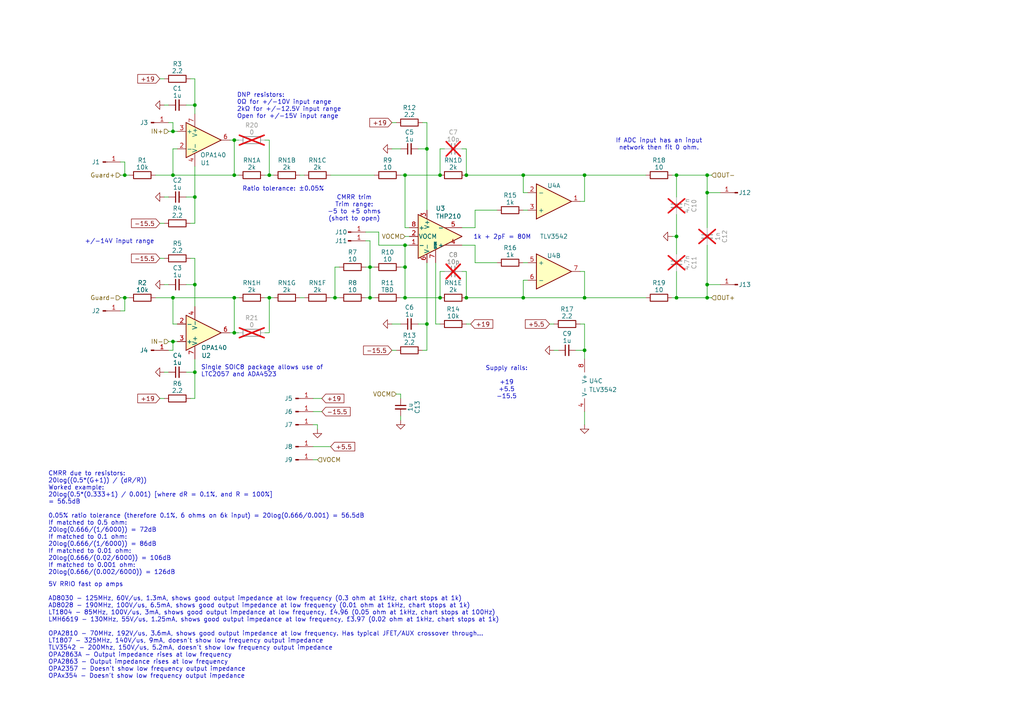
<source format=kicad_sch>
(kicad_sch (version 20250114) (generator "eeschema") (generator_version "9.0")
  (paper "A4")
  (text "If ADC input has an input\nnetwork then fit 0 ohm." (at 191.135 41.91 0) (effects (font (size 1.27 1.27))))
  (text "Single SOIC8 package allows use of\nLTC2057 and ADA4523" (at 58.293 107.696 0) (effects (font (size 1.27 1.27)) (justify left)))
  (text "Supply rails:\n\n+19\n+5.5\n-15.5" (at 146.939 110.998 0) (effects (font (size 1.27 1.27))))
  (text "Ratio tolerance: ±0.05%" (at 82.169 54.864 0) (effects (font (size 1.27 1.27))))
  (text "+/-14V input range" (at 34.671 70.104 0) (effects (font (size 1.27 1.27))))
  (text "CMRR due to resistors:\n20log((0.5*(G+1)) / (dR/R))\nWorked example:\n20log(0.5*(0.333+1) / 0.001) [where dR = 0.1%, and R = 100%]\n= 56.5dB\n\n0.05% ratio tolerance (therefore 0.1%, 6 ohms on 6k input) = 20log(0.666/0.001) = 56.5dB\nIf matched to 0.5 ohm:\n20log(0.666/(1/6000)) = 72dB\nIf matched to 0.1 ohm:\n20log(0.666/(1/6000)) = 86dB\nIf matched to 0.01 ohm:\n20log(0.666/(0.02/6000)) = 106dB\nIf matched to 0.001 ohm:\n20log(0.666/(0.002/6000)) = 126dB\n" (at 13.97 151.765 0) (effects (font (size 1.27 1.27)) (justify left)))
  (text "5V RRIO fast op amps\n\nAD8030 - 125MHz, 60V/us, 1.3mA, shows good output impedance at low frequency (0.3 ohm at 1kHz, chart stops at 1k)\nAD8028 - 190MHz, 100V/us, 6.5mA, shows good output impedance at low frequency (0.01 ohm at 1kHz, chart stops at 1k)\nLT1804 - 85MHz, 100V/us, 3mA, shows good output impedance at low frequency, £4.96 (0.05 ohm at 1kHz, chart stops at 100Hz)\nLMH6619 - 130MHz, 55V/us, 1.25mA, shows good output impedance at low frequency, £3.97 (0.02 ohm at 1kHz, chart stops at 1k)\n\nOPA2810 - 70MHz, 192V/us, 3.6mA, shows good output impedance at low frequency. Has typical JFET/AUX crossover through...\nLT1807 - 325MHz, 140V/us, 9mA, doesn't show low frequency output impedance\nTLV3542 - 200Mhz, 150V/us, 5.2mA, doesn't show low frequency output impedance\nOPA2863A - Output impedance rises at low frequency\nOPA2863 - Output impedance rises at low frequency\nOPA2357 - Doesn't show low frequency output impedance\nOPAx354 - Doesn't show low frequency output impedance" (at 13.97 182.88 0) (effects (font (size 1.27 1.27)) (justify left)))
  (text "DNP resistors:\n0Ω for +/-10V input range\n2kΩ for +/-12.5V input range\nOpen for +/-15V input range" (at 68.707 30.734 0) (effects (font (size 1.27 1.27)) (justify left)))
  (text "1k + 2pF = 80M" (at 145.669 68.834 0) (effects (font (size 1.27 1.27))))
  (text "CMRR trim\nTrim range:\n-5 to +5 ohms\n(short to open)" (at 102.743 60.452 0) (effects (font (size 1.27 1.27))))
  (junction (at 205.105 50.8))
  (junction (at 205.105 82.55))
  (junction (at 107.315 86.36))
  (junction (at 50.165 50.8))
  (junction (at 123.825 43.18))
  (junction (at 123.825 93.98))
  (junction (at 127.635 50.8))
  (junction (at 205.105 55.88))
  (junction (at 67.945 96.52))
  (junction (at 56.515 57.15))
  (junction (at 56.515 82.55))
  (junction (at 196.215 50.8))
  (junction (at 151.765 50.8))
  (junction (at 196.215 68.58))
  (junction (at 67.945 50.8))
  (junction (at 67.945 86.36))
  (junction (at 97.155 86.36))
  (junction (at 67.945 40.64))
  (junction (at 50.165 99.06))
  (junction (at 169.545 101.6))
  (junction (at 56.515 30.48))
  (junction (at 117.475 86.36))
  (junction (at 56.515 107.95))
  (junction (at 78.105 50.8))
  (junction (at 50.165 86.36))
  (junction (at 50.165 38.1))
  (junction (at 127.635 86.36))
  (junction (at 169.545 50.8))
  (junction (at 151.765 86.36))
  (junction (at 36.195 50.8))
  (junction (at 135.255 86.36))
  (junction (at 196.215 86.36))
  (junction (at 205.105 86.36))
  (junction (at 36.195 86.36))
  (junction (at 117.475 50.8))
  (junction (at 135.255 50.8))
  (junction (at 169.545 86.36))
  (junction (at 117.475 71.12))
  (junction (at 78.105 86.36))
  (junction (at 107.315 77.47))
  (junction (at 117.475 77.47))
  (wire (pts (xy 205.105 82.55) (xy 208.915 82.55)))
  (wire (pts (xy 107.315 77.47) (xy 107.315 86.36)))
  (wire (pts (xy 151.765 86.36) (xy 169.545 86.36)))
  (wire (pts (xy 113.665 43.18) (xy 116.205 43.18)))
  (wire (pts (xy 137.795 76.2) (xy 137.795 71.12)))
  (wire (pts (xy 167.005 101.6) (xy 169.545 101.6)))
  (wire (pts (xy 194.945 86.36) (xy 196.215 86.36)))
  (wire (pts (xy 116.205 120.65) (xy 116.205 121.92)))
  (wire (pts (xy 205.105 71.12) (xy 205.105 82.55)))
  (wire (pts (xy 137.795 60.96) (xy 144.145 60.96)))
  (wire (pts (xy 151.765 76.2) (xy 153.035 76.2)))
  (wire (pts (xy 127.635 43.18) (xy 127.635 50.8)))
  (wire (pts (xy 205.105 50.8) (xy 205.105 55.88)))
  (wire (pts (xy 135.255 93.98) (xy 136.525 93.98)))
  (wire (pts (xy 117.475 50.8) (xy 127.635 50.8)))
  (wire (pts (xy 56.515 107.95) (xy 56.515 115.57)))
  (wire (pts (xy 92.075 123.19) (xy 92.075 124.46)))
  (wire (pts (xy 56.515 104.14) (xy 56.515 107.95)))
  (wire (pts (xy 126.365 76.2) (xy 126.365 93.98)))
  (wire (pts (xy 153.035 81.28) (xy 151.765 81.28)))
  (wire (pts (xy 46.355 64.77) (xy 47.625 64.77)))
  (wire (pts (xy 159.385 93.98) (xy 160.655 93.98)))
  (wire (pts (xy 78.105 86.36) (xy 79.375 86.36)))
  (wire (pts (xy 121.285 43.18) (xy 123.825 43.18)))
  (wire (pts (xy 169.545 101.6) (xy 169.545 93.98)))
  (wire (pts (xy 50.165 38.1) (xy 51.435 38.1)))
  (wire (pts (xy 53.975 107.95) (xy 56.515 107.95)))
  (wire (pts (xy 117.475 50.8) (xy 117.475 66.04)))
  (wire (pts (xy 56.515 30.48) (xy 56.515 33.02)))
  (wire (pts (xy 48.895 99.06) (xy 50.165 99.06)))
  (wire (pts (xy 78.105 86.36) (xy 78.105 96.52)))
  (wire (pts (xy 116.205 50.8) (xy 117.475 50.8)))
  (wire (pts (xy 196.215 62.23) (xy 196.215 68.58)))
  (wire (pts (xy 69.215 86.36) (xy 67.945 86.36)))
  (wire (pts (xy 135.255 50.8) (xy 151.765 50.8)))
  (wire (pts (xy 55.245 64.77) (xy 56.515 64.77)))
  (wire (pts (xy 169.545 78.74) (xy 169.545 86.36)))
  (wire (pts (xy 137.795 60.96) (xy 137.795 66.04)))
  (wire (pts (xy 86.995 86.36) (xy 88.265 86.36)))
  (wire (pts (xy 97.155 86.36) (xy 98.425 86.36)))
  (wire (pts (xy 205.105 86.36) (xy 206.375 86.36)))
  (wire (pts (xy 46.355 22.86) (xy 47.625 22.86)))
  (wire (pts (xy 123.825 93.98) (xy 123.825 101.6)))
  (wire (pts (xy 116.205 77.47) (xy 117.475 77.47)))
  (wire (pts (xy 76.835 96.52) (xy 78.105 96.52)))
  (wire (pts (xy 205.105 50.8) (xy 206.375 50.8)))
  (wire (pts (xy 56.515 48.26) (xy 56.515 57.15)))
  (wire (pts (xy 66.675 40.64) (xy 67.945 40.64)))
  (wire (pts (xy 123.825 76.2) (xy 123.825 93.98)))
  (wire (pts (xy 169.545 119.38) (xy 169.545 123.19)))
  (wire (pts (xy 169.545 50.8) (xy 169.545 58.42)))
  (wire (pts (xy 121.285 93.98) (xy 123.825 93.98)))
  (wire (pts (xy 116.205 86.36) (xy 117.475 86.36)))
  (wire (pts (xy 151.765 50.8) (xy 151.765 55.88)))
  (wire (pts (xy 116.205 114.3) (xy 116.205 115.57)))
  (wire (pts (xy 113.665 101.6) (xy 114.935 101.6)))
  (wire (pts (xy 117.475 68.58) (xy 118.745 68.58)))
  (wire (pts (xy 48.895 35.56) (xy 50.165 35.56)))
  (wire (pts (xy 50.165 86.36) (xy 67.945 86.36)))
  (wire (pts (xy 106.045 77.47) (xy 107.315 77.47)))
  (wire (pts (xy 56.515 57.15) (xy 56.515 64.77)))
  (wire (pts (xy 56.515 82.55) (xy 56.515 74.93)))
  (wire (pts (xy 114.935 114.3) (xy 116.205 114.3)))
  (wire (pts (xy 90.805 129.54) (xy 95.885 129.54)))
  (wire (pts (xy 135.255 86.36) (xy 151.765 86.36)))
  (wire (pts (xy 53.975 30.48) (xy 56.515 30.48)))
  (wire (pts (xy 109.855 71.12) (xy 117.475 71.12)))
  (wire (pts (xy 53.975 57.15) (xy 56.515 57.15)))
  (wire (pts (xy 137.795 71.12) (xy 133.985 71.12)))
  (wire (pts (xy 196.215 50.8) (xy 196.215 57.15)))
  (wire (pts (xy 48.895 101.6) (xy 50.165 101.6)))
  (wire (pts (xy 123.825 35.56) (xy 123.825 43.18)))
  (wire (pts (xy 69.215 50.8) (xy 67.945 50.8)))
  (wire (pts (xy 95.885 86.36) (xy 97.155 86.36)))
  (wire (pts (xy 133.985 78.74) (xy 135.255 78.74)))
  (wire (pts (xy 151.765 60.96) (xy 153.035 60.96)))
  (wire (pts (xy 67.945 86.36) (xy 67.945 96.52)))
  (wire (pts (xy 67.945 40.64) (xy 67.945 50.8)))
  (wire (pts (xy 50.165 43.18) (xy 50.165 50.8)))
  (wire (pts (xy 36.195 50.8) (xy 37.465 50.8)))
  (wire (pts (xy 123.825 43.18) (xy 123.825 60.96)))
  (wire (pts (xy 106.045 86.36) (xy 107.315 86.36)))
  (wire (pts (xy 135.255 78.74) (xy 135.255 86.36)))
  (wire (pts (xy 153.035 55.88) (xy 151.765 55.88)))
  (wire (pts (xy 160.655 101.6) (xy 161.925 101.6)))
  (wire (pts (xy 205.105 82.55) (xy 205.105 86.36)))
  (wire (pts (xy 118.745 66.04) (xy 117.475 66.04)))
  (wire (pts (xy 76.835 40.64) (xy 78.105 40.64)))
  (wire (pts (xy 47.625 82.55) (xy 48.895 82.55)))
  (wire (pts (xy 56.515 82.55) (xy 56.515 88.9)))
  (wire (pts (xy 168.275 58.42) (xy 169.545 58.42)))
  (wire (pts (xy 98.425 77.47) (xy 97.155 77.47)))
  (wire (pts (xy 90.805 133.35) (xy 92.075 133.35)))
  (wire (pts (xy 109.855 67.31) (xy 109.855 71.12)))
  (wire (pts (xy 113.665 93.98) (xy 116.205 93.98)))
  (wire (pts (xy 196.215 68.58) (xy 196.215 73.66)))
  (wire (pts (xy 50.165 35.56) (xy 50.165 38.1)))
  (wire (pts (xy 45.085 50.8) (xy 50.165 50.8)))
  (wire (pts (xy 45.085 86.36) (xy 50.165 86.36)))
  (wire (pts (xy 50.165 50.8) (xy 67.945 50.8)))
  (wire (pts (xy 106.045 67.31) (xy 109.855 67.31)))
  (wire (pts (xy 194.945 68.58) (xy 196.215 68.58)))
  (wire (pts (xy 118.745 71.12) (xy 117.475 71.12)))
  (wire (pts (xy 113.665 35.56) (xy 114.935 35.56)))
  (wire (pts (xy 205.105 55.88) (xy 205.105 66.04)))
  (wire (pts (xy 127.635 78.74) (xy 127.635 86.36)))
  (wire (pts (xy 135.255 43.18) (xy 135.255 50.8)))
  (wire (pts (xy 122.555 101.6) (xy 123.825 101.6)))
  (wire (pts (xy 108.585 77.47) (xy 107.315 77.47)))
  (wire (pts (xy 137.795 66.04) (xy 133.985 66.04)))
  (wire (pts (xy 196.215 78.74) (xy 196.215 86.36)))
  (wire (pts (xy 205.105 55.88) (xy 208.915 55.88)))
  (wire (pts (xy 107.315 69.85) (xy 107.315 77.47)))
  (wire (pts (xy 196.215 86.36) (xy 205.105 86.36)))
  (wire (pts (xy 106.045 69.85) (xy 107.315 69.85)))
  (wire (pts (xy 34.925 86.36) (xy 36.195 86.36)))
  (wire (pts (xy 194.945 50.8) (xy 196.215 50.8)))
  (wire (pts (xy 48.895 38.1) (xy 50.165 38.1)))
  (wire (pts (xy 90.805 115.57) (xy 93.345 115.57)))
  (wire (pts (xy 128.905 43.18) (xy 127.635 43.18)))
  (wire (pts (xy 50.165 86.36) (xy 50.165 93.98)))
  (wire (pts (xy 86.995 50.8) (xy 88.265 50.8)))
  (wire (pts (xy 90.805 119.38) (xy 93.345 119.38)))
  (wire (pts (xy 137.795 76.2) (xy 144.145 76.2)))
  (wire (pts (xy 122.555 35.56) (xy 123.825 35.56)))
  (wire (pts (xy 36.195 86.36) (xy 37.465 86.36)))
  (wire (pts (xy 196.215 50.8) (xy 205.105 50.8)))
  (wire (pts (xy 47.625 30.48) (xy 48.895 30.48)))
  (wire (pts (xy 46.355 74.93) (xy 47.625 74.93)))
  (wire (pts (xy 56.515 30.48) (xy 56.515 22.86)))
  (wire (pts (xy 34.925 90.17) (xy 36.195 90.17)))
  (wire (pts (xy 34.925 50.8) (xy 36.195 50.8)))
  (wire (pts (xy 168.275 78.74) (xy 169.545 78.74)))
  (wire (pts (xy 51.435 93.98) (xy 50.165 93.98)))
  (wire (pts (xy 50.165 99.06) (xy 51.435 99.06)))
  (wire (pts (xy 47.625 57.15) (xy 48.895 57.15)))
  (wire (pts (xy 66.675 96.52) (xy 67.945 96.52)))
  (wire (pts (xy 169.545 101.6) (xy 169.545 104.14)))
  (wire (pts (xy 97.155 77.47) (xy 97.155 86.36)))
  (wire (pts (xy 50.165 101.6) (xy 50.165 99.06)))
  (wire (pts (xy 53.975 82.55) (xy 56.515 82.55)))
  (wire (pts (xy 46.355 115.57) (xy 47.625 115.57)))
  (wire (pts (xy 67.945 96.52) (xy 69.215 96.52)))
  (wire (pts (xy 76.835 50.8) (xy 78.105 50.8)))
  (wire (pts (xy 36.195 46.99) (xy 36.195 50.8)))
  (wire (pts (xy 117.475 86.36) (xy 127.635 86.36)))
  (wire (pts (xy 90.805 123.19) (xy 92.075 123.19)))
  (wire (pts (xy 51.435 43.18) (xy 50.165 43.18)))
  (wire (pts (xy 128.905 78.74) (xy 127.635 78.74)))
  (wire (pts (xy 117.475 71.12) (xy 117.475 77.47)))
  (wire (pts (xy 55.245 22.86) (xy 56.515 22.86)))
  (wire (pts (xy 133.985 43.18) (xy 135.255 43.18)))
  (wire (pts (xy 47.625 107.95) (xy 48.895 107.95)))
  (wire (pts (xy 95.885 50.8) (xy 108.585 50.8)))
  (wire (pts (xy 76.835 86.36) (xy 78.105 86.36)))
  (wire (pts (xy 78.105 40.64) (xy 78.105 50.8)))
  (wire (pts (xy 107.315 86.36) (xy 108.585 86.36)))
  (wire (pts (xy 117.475 77.47) (xy 117.475 86.36)))
  (wire (pts (xy 55.245 74.93) (xy 56.515 74.93)))
  (wire (pts (xy 127.635 93.98) (xy 126.365 93.98)))
  (wire (pts (xy 151.765 50.8) (xy 169.545 50.8)))
  (wire (pts (xy 168.275 93.98) (xy 169.545 93.98)))
  (wire (pts (xy 78.105 50.8) (xy 79.375 50.8)))
  (wire (pts (xy 36.195 86.36) (xy 36.195 90.17)))
  (wire (pts (xy 55.245 115.57) (xy 56.515 115.57)))
  (wire (pts (xy 169.545 86.36) (xy 187.325 86.36)))
  (wire (pts (xy 151.765 81.28) (xy 151.765 86.36)))
  (wire (pts (xy 67.945 40.64) (xy 69.215 40.64)))
  (wire (pts (xy 34.925 46.99) (xy 36.195 46.99)))
  (wire (pts (xy 169.545 50.8) (xy 187.325 50.8)))
  (global_label "-15.5" (shape input) (at 113.665 101.6 180) (property "Intersheetrefs" "${INTERSHEET_REFS}" (effects (hide yes))))
  (global_label "+19" (shape input) (at 46.355 115.57 180) (property "Intersheetrefs" "${INTERSHEET_REFS}" (effects (hide yes))))
  (global_label "+19" (shape input) (at 113.665 35.56 180) (property "Intersheetrefs" "${INTERSHEET_REFS}" (effects (hide yes))))
  (global_label "-15.5" (shape input) (at 46.355 64.77 180) (property "Intersheetrefs" "${INTERSHEET_REFS}" (effects (hide yes))))
  (global_label "+5.5" (shape input) (at 159.385 93.98 180) (property "Intersheetrefs" "${INTERSHEET_REFS}" (effects (hide yes))))
  (global_label "+19" (shape input) (at 46.355 22.86 180) (property "Intersheetrefs" "${INTERSHEET_REFS}" (effects (hide yes))))
  (global_label "-15.5" (shape input) (at 46.355 74.93 180) (property "Intersheetrefs" "${INTERSHEET_REFS}" (effects (hide yes))))
  (global_label "-15.5" (shape input) (at 93.345 119.38 0) (property "Intersheetrefs" "${INTERSHEET_REFS}" (effects (hide yes))))
  (global_label "+19" (shape input) (at 93.345 115.57 0) (property "Intersheetrefs" "${INTERSHEET_REFS}" (effects (hide yes))))
  (global_label "+19" (shape input) (at 136.525 93.98 0) (property "Intersheetrefs" "${INTERSHEET_REFS}" (effects (hide yes))))
  (global_label "+5.5" (shape input) (at 95.885 129.54 0) (property "Intersheetrefs" "${INTERSHEET_REFS}" (effects (hide yes))))
  (hierarchical_label "Guard+" (shape input) (at 34.925 50.8 180))
  (hierarchical_label "IN-" (shape input) (at 48.895 99.06 180))
  (hierarchical_label "Guard-" (shape input) (at 34.925 86.36 180))
  (hierarchical_label "OUT+" (shape input) (at 206.375 86.36 0))
  (hierarchical_label "OUT-" (shape input) (at 206.375 50.8 0))
  (hierarchical_label "IN+" (shape input) (at 48.895 38.1 180))
  (hierarchical_label "VOCM" (shape input) (at 92.075 133.35 0))
  (hierarchical_label "VOCM" (shape input) (at 114.935 114.3 180))
  (hierarchical_label "VOCM" (shape input) (at 117.475 68.58 180))
  (symbol (lib_id "Device:C_Small") (at 118.745 93.98 90) (unit 1)
    (property "Reference" "C6" (at 118.745 89.154 90))
    (property "Value" "1u" (at 118.745 91.186 90))
    (property "Footprint" "Resistor_SMD:R_0603_1608Metric_Pad0.98x0.95mm_HandSolder" (effects (hide yes)))
    (property "Description" "Unpolarized capacitor, small symbol" (effects (hide yes)))
  )
  (symbol (lib_id "Device:C_Small") (at 51.435 82.55 90) (unit 1)
    (property "Reference" "C3" (at 51.435 77.724 90))
    (property "Value" "1u" (at 51.435 79.756 90))
    (property "Footprint" "Resistor_SMD:R_0603_1608Metric_Pad0.98x0.95mm_HandSolder" (effects (hide yes)))
    (property "Description" "Unpolarized capacitor, small symbol" (effects (hide yes)))
  )
  (symbol (lib_id "Amplifier_Operational:OPA188xxD") (at 59.055 96.52 0) (mirror x) (unit 1)
    (property "Reference" "U2" (at 59.817 103.124 0))
    (property "Value" "OPA140" (at 62.103 100.838 0))
    (property "Footprint" "Package_SO:SOIC-8_3.9x4.9mm_P1.27mm" (effects (hide yes)))
    (property "Datasheet" "http://www.ti.com/lit/ds/symlink/opa188.pdf" (effects (hide yes)))
    (property "Description" "Precision, Low-Noise, Rail-to-Rail Output, 36-V, Zero-Drift Operational Amplifier, SOIC-8" (effects (hide yes)))
  )
  (symbol (lib_name "R_Pack08_Split_7") (lib_id "Device:R_Pack08_Split") (at 83.185 86.36 90) (unit 7)
    (property "Reference" "RN1" (at 83.185 82.042 90))
    (property "Value" "2k" (at 83.185 84.074 90))
    (property "Footprint" "Package_SO:SO-16_3.9x9.9mm_P1.27mm" (effects (hide yes)))
    (property "Description" "8 resistor network, parallel topology, split" (effects (hide yes)))
  )
  (symbol (lib_id "power:GND") (at 169.545 123.19 0) (unit 1)
    (property "Reference" "#PWR09" (effects (hide yes)))
    (property "Value" "GND" (effects (hide yes)))
    (property "Description" "Power symbol creates a global label with name \"GND\" , ground" (effects (hide yes)))
  )
  (symbol (lib_id "Device:C_Small") (at 164.465 101.6 90) (unit 1)
    (property "Reference" "C9" (at 164.465 96.774 90))
    (property "Value" "1u" (at 164.465 98.806 90))
    (property "Footprint" "Resistor_SMD:R_0603_1608Metric_Pad0.98x0.95mm_HandSolder" (effects (hide yes)))
    (property "Description" "Unpolarized capacitor, small symbol" (effects (hide yes)))
  )
  (symbol (lib_id "Device:R") (at 164.465 93.98 90) (unit 1)
    (property "Reference" "R17" (at 164.465 89.662 90))
    (property "Value" "2.2" (at 164.465 91.694 90))
    (property "Footprint" "Resistor_SMD:R_0603_1608Metric_Pad0.98x0.95mm_HandSolder" (effects (hide yes)))
    (property "Description" "Resistor" (effects (hide yes)))
  )
  (symbol (lib_id "Connector:Conn_01x01_Pin") (at 213.995 55.88 180) (unit 1)
    (property "Reference" "J12" (at 216.027 55.88 0))
    (property "Value" "Conn_01x01_Pin" (effects (hide yes)))
    (property "Footprint" "Manhattan:Manhattan-2mm" (effects (hide yes)))
    (property "Description" "Generic connector, single row, 01x01, script generated" (effects (hide yes)))
  )
  (symbol (lib_id "Amplifier_Operational:OPA188xxD") (at 59.055 40.64 0) (unit 1)
    (property "Reference" "U1" (at 59.563 47.244 0))
    (property "Value" "OPA140" (at 61.849 44.958 0))
    (property "Footprint" "Package_SO:SOIC-8_3.9x4.9mm_P1.27mm" (effects (hide yes)))
    (property "Datasheet" "http://www.ti.com/lit/ds/symlink/opa188.pdf" (effects (hide yes)))
    (property "Description" "Precision, Low-Noise, Rail-to-Rail Output, 36-V, Zero-Drift Operational Amplifier, SOIC-8" (effects (hide yes)))
  )
  (symbol (lib_id "power:GND") (at 116.205 121.92 0) (unit 1)
    (property "Reference" "#PWR011" (effects (hide yes)))
    (property "Value" "GND" (effects (hide yes)))
    (property "Description" "Power symbol creates a global label with name \"GND\" , ground" (effects (hide yes)))
  )
  (symbol (lib_id "Device:C_Small") (at 205.105 68.58 0) (unit 1) (dnp yes)
    (property "Reference" "C12" (at 210.185 68.58 90))
    (property "Value" "1n" (at 208.153 68.58 90))
    (property "Footprint" "Resistor_SMD:R_0603_1608Metric_Pad0.98x0.95mm_HandSolder" (effects (hide yes)))
    (property "Description" "Unpolarized capacitor, small symbol" (effects (hide yes)))
  )
  (symbol (lib_id "Device:R") (at 131.445 93.98 90) (unit 1)
    (property "Reference" "R14" (at 131.445 89.662 90))
    (property "Value" "10k" (at 131.445 91.694 90))
    (property "Footprint" "Resistor_SMD:R_0603_1608Metric_Pad0.98x0.95mm_HandSolder" (effects (hide yes)))
    (property "Description" "Resistor" (effects (hide yes)))
  )
  (symbol (lib_id "Connector:Conn_01x01_Pin") (at 100.965 67.31 0) (unit 1)
    (property "Reference" "J10" (at 98.933 67.31 0))
    (property "Value" "Conn_01x01_Pin" (effects (hide yes)))
    (property "Footprint" "Manhattan:Manhattan-2mm" (effects (hide yes)))
    (property "Description" "Generic connector, single row, 01x01, script generated" (effects (hide yes)))
  )
  (symbol (lib_id "power:GND") (at 113.665 93.98 270) (unit 1)
    (property "Reference" "#PWR07" (effects (hide yes)))
    (property "Value" "GND" (effects (hide yes)))
    (property "Description" "Power symbol creates a global label with name \"GND\" , ground" (effects (hide yes)))
  )
  (symbol (lib_id "Device:C_Small") (at 51.435 30.48 90) (unit 1)
    (property "Reference" "C1" (at 51.435 25.654 90))
    (property "Value" "1u" (at 51.435 27.686 90))
    (property "Footprint" "Resistor_SMD:R_0603_1608Metric_Pad0.98x0.95mm_HandSolder" (effects (hide yes)))
    (property "Description" "Unpolarized capacitor, small symbol" (effects (hide yes)))
  )
  (symbol (lib_id "Device:R") (at 112.395 77.47 270) (mirror x) (unit 1)
    (property "Reference" "R10" (at 112.395 73.152 90))
    (property "Value" "10" (at 112.395 75.184 90))
    (property "Footprint" "Resistor_SMD:R_0603_1608Metric_Pad0.98x0.95mm_HandSolder" (effects (hide yes)))
    (property "Description" "Resistor" (effects (hide yes)))
  )
  (symbol (lib_name "R_Pack08_Split_4") (lib_id "Device:R_Pack08_Split") (at 131.445 50.8 90) (unit 4)
    (property "Reference" "RN1" (at 131.445 46.482 90))
    (property "Value" "2k" (at 131.445 48.514 90))
    (property "Footprint" "Package_SO:SO-16_3.9x9.9mm_P1.27mm" (effects (hide yes)))
    (property "Description" "8 resistor network, parallel topology, split" (effects (hide yes)))
  )
  (symbol (lib_id "Connector:Conn_01x01_Pin") (at 100.965 69.85 0) (unit 1)
    (property "Reference" "J11" (at 98.933 69.85 0))
    (property "Value" "Conn_01x01_Pin" (effects (hide yes)))
    (property "Footprint" "Manhattan:Manhattan-2mm" (effects (hide yes)))
    (property "Description" "Generic connector, single row, 01x01, script generated" (effects (hide yes)))
  )
  (symbol (lib_id "Device:R") (at 147.955 60.96 90) (unit 1)
    (property "Reference" "R15" (at 147.955 56.642 90))
    (property "Value" "1k" (at 147.955 58.674 90))
    (property "Footprint" "Resistor_SMD:R_0603_1608Metric_Pad0.98x0.95mm_HandSolder" (effects (hide yes)))
    (property "Description" "Resistor" (effects (hide yes)))
  )
  (symbol (lib_id "Device:R") (at 102.235 86.36 270) (mirror x) (unit 1)
    (property "Reference" "R8" (at 102.235 82.042 90))
    (property "Value" "10" (at 102.235 84.074 90))
    (property "Footprint" "Resistor_SMD:R_0603_1608Metric_Pad0.98x0.95mm_HandSolder" (effects (hide yes)))
    (property "Description" "Resistor" (effects (hide yes)))
  )
  (symbol (lib_id "Device:R") (at 41.275 86.36 90) (unit 1)
    (property "Reference" "R2" (at 41.275 82.042 90))
    (property "Value" "10k" (at 41.275 84.074 90))
    (property "Footprint" "Resistor_SMD:R_0603_1608Metric_Pad0.98x0.95mm_HandSolder" (effects (hide yes)))
    (property "Description" "Resistor" (effects (hide yes)))
  )
  (symbol (lib_id "Device:R") (at 191.135 86.36 90) (unit 1)
    (property "Reference" "R19" (at 191.135 82.042 90))
    (property "Value" "10" (at 191.135 84.074 90))
    (property "Footprint" "Resistor_SMD:R_0603_1608Metric_Pad0.98x0.95mm_HandSolder" (effects (hide yes)))
    (property "Description" "Resistor" (effects (hide yes)))
  )
  (symbol (lib_id "Connector:Conn_01x01_Pin") (at 85.725 115.57 0) (unit 1)
    (property "Reference" "J5" (at 83.693 115.57 0))
    (property "Value" "Conn_01x01_Pin" (effects (hide yes)))
    (property "Footprint" "Manhattan:Manhattan-2mm" (effects (hide yes)))
    (property "Description" "Generic connector, single row, 01x01, script generated" (effects (hide yes)))
  )
  (symbol (lib_id "power:GND") (at 47.625 30.48 270) (unit 1)
    (property "Reference" "#PWR01" (effects (hide yes)))
    (property "Value" "GND" (effects (hide yes)))
    (property "Description" "Power symbol creates a global label with name \"GND\" , ground" (effects (hide yes)))
  )
  (symbol (lib_id "power:GND") (at 47.625 107.95 270) (mirror x) (unit 1)
    (property "Reference" "#PWR04" (effects (hide yes)))
    (property "Value" "GND" (effects (hide yes)))
    (property "Description" "Power symbol creates a global label with name \"GND\" , ground" (effects (hide yes)))
  )
  (symbol (lib_id "Connector:Conn_01x01_Pin") (at 85.725 119.38 0) (unit 1)
    (property "Reference" "J6" (at 83.693 119.38 0))
    (property "Value" "Conn_01x01_Pin" (effects (hide yes)))
    (property "Footprint" "Manhattan:Manhattan-2mm" (effects (hide yes)))
    (property "Description" "Generic connector, single row, 01x01, script generated" (effects (hide yes)))
  )
  (symbol (lib_id "Device:R") (at 73.025 96.52 90) (unit 1) (dnp yes)
    (property "Reference" "R21" (at 73.025 92.202 90))
    (property "Value" "0" (at 73.025 94.234 90))
    (property "Footprint" "Resistor_SMD:R_1206_3216Metric_Pad1.30x1.75mm_HandSolder" (effects (hide yes)))
    (property "Description" "Resistor" (effects (hide yes)))
  )
  (symbol (lib_id "Device:Opamp_Dual") (at 160.655 78.74 0) (unit 2)
    (property "Reference" "U4" (at 160.655 74.168 0))
    (property "Value" "TLV3542" (effects (hide yes)))
    (property "Footprint" "Package_SO:SO-8_3.9x4.9mm_P1.27mm" (effects (hide yes)))
    (property "Description" "Dual operational amplifier" (effects (hide yes)))
    (property "Sim.Library" "${KICAD7_SYMBOL_DIR}/Simulation_SPICE.sp" (effects (hide yes)))
    (property "Sim.Name" "kicad_builtin_opamp_dual" (effects (hide yes)))
    (property "Sim.Device" "SUBCKT" (effects (hide yes)))
    (property "Sim.Pins" "1=out1 2=in1- 3=in1+ 4=vee 5=in2+ 6=in2- 7=out2 8=vcc" (effects (hide yes)))
  )
  (symbol (lib_name "R_Pack08_Split_3") (lib_id "Device:R_Pack08_Split") (at 92.075 50.8 270) (unit 3)
    (property "Reference" "RN1" (at 92.075 46.482 90))
    (property "Value" "2k" (at 92.075 48.514 90))
    (property "Footprint" "Package_SO:SO-16_3.9x9.9mm_P1.27mm" (effects (hide yes)))
    (property "Description" "8 resistor network, parallel topology, split" (effects (hide yes)))
  )
  (symbol (lib_id "Device:R_Pack08_Split") (at 73.025 86.36 270) (unit 8)
    (property "Reference" "RN1" (at 73.025 82.042 90))
    (property "Value" "2k" (at 73.025 84.074 90))
    (property "Footprint" "Package_SO:SO-16_3.9x9.9mm_P1.27mm" (effects (hide yes)))
    (property "Description" "8 resistor network, parallel topology, split" (effects (hide yes)))
  )
  (symbol (lib_name "R_Pack08_Split_5") (lib_id "Device:R_Pack08_Split") (at 131.445 86.36 90) (unit 5)
    (property "Reference" "RN1" (at 131.445 82.042 90))
    (property "Value" "2k" (at 131.445 84.074 90))
    (property "Footprint" "Package_SO:SO-16_3.9x9.9mm_P1.27mm" (effects (hide yes)))
    (property "Description" "8 resistor network, parallel topology, split" (effects (hide yes)))
  )
  (symbol (lib_id "Device:C_Small") (at 118.745 43.18 90) (unit 1)
    (property "Reference" "C5" (at 118.745 38.354 90))
    (property "Value" "1u" (at 118.745 40.386 90))
    (property "Footprint" "Resistor_SMD:R_0603_1608Metric_Pad0.98x0.95mm_HandSolder" (effects (hide yes)))
    (property "Description" "Unpolarized capacitor, small symbol" (effects (hide yes)))
  )
  (symbol (lib_id "Connector:Conn_01x01_Pin") (at 85.725 129.54 0) (unit 1)
    (property "Reference" "J8" (at 83.693 129.54 0))
    (property "Value" "Conn_01x01_Pin" (effects (hide yes)))
    (property "Footprint" "Manhattan:Manhattan-2mm" (effects (hide yes)))
    (property "Description" "Generic connector, single row, 01x01, script generated" (effects (hide yes)))
  )
  (symbol (lib_id "power:GND") (at 47.625 57.15 270) (unit 1)
    (property "Reference" "#PWR02" (effects (hide yes)))
    (property "Value" "GND" (effects (hide yes)))
    (property "Description" "Power symbol creates a global label with name \"GND\" , ground" (effects (hide yes)))
  )
  (symbol (lib_id "Connector:Conn_01x01_Pin") (at 85.725 133.35 0) (unit 1)
    (property "Reference" "J9" (at 83.693 133.35 0))
    (property "Value" "Conn_01x01_Pin" (effects (hide yes)))
    (property "Footprint" "Manhattan:Manhattan-2mm" (effects (hide yes)))
    (property "Description" "Generic connector, single row, 01x01, script generated" (effects (hide yes)))
  )
  (symbol (lib_id "Device:R") (at 41.275 50.8 90) (unit 1)
    (property "Reference" "R1" (at 41.275 46.482 90))
    (property "Value" "10k" (at 41.275 48.514 90))
    (property "Footprint" "Resistor_SMD:R_0603_1608Metric_Pad0.98x0.95mm_HandSolder" (effects (hide yes)))
    (property "Description" "Resistor" (effects (hide yes)))
  )
  (symbol (lib_id "Connector:Conn_01x01_Pin") (at 85.725 123.19 0) (unit 1)
    (property "Reference" "J7" (at 83.693 123.19 0))
    (property "Value" "Conn_01x01_Pin" (effects (hide yes)))
    (property "Footprint" "Manhattan:Manhattan-2mm" (effects (hide yes)))
    (property "Description" "Generic connector, single row, 01x01, script generated" (effects (hide yes)))
  )
  (symbol (lib_id "Device:Opamp_Dual") (at 160.655 58.42 0) (mirror x) (unit 1)
    (property "Reference" "U4" (at 160.655 53.848 0))
    (property "Value" "TLV3542" (at 160.655 68.58 0))
    (property "Footprint" "Package_SO:SO-8_3.9x4.9mm_P1.27mm" (effects (hide yes)))
    (property "Description" "Dual operational amplifier" (effects (hide yes)))
    (property "Sim.Library" "${KICAD7_SYMBOL_DIR}/Simulation_SPICE.sp" (effects (hide yes)))
    (property "Sim.Name" "kicad_builtin_opamp_dual" (effects (hide yes)))
    (property "Sim.Device" "SUBCKT" (effects (hide yes)))
    (property "Sim.Pins" "1=out1 2=in1- 3=in1+ 4=vee 5=in2+ 6=in2- 7=out2 8=vcc" (effects (hide yes)))
  )
  (symbol (lib_id "Connector:Conn_01x01_Pin") (at 43.815 35.56 0) (unit 1)
    (property "Reference" "J3" (at 41.783 35.56 0))
    (property "Value" "Conn_01x01_Pin" (effects (hide yes)))
    (property "Footprint" "Manhattan:Manhattan-2mm" (effects (hide yes)))
    (property "Description" "Generic connector, single row, 01x01, script generated" (effects (hide yes)))
  )
  (symbol (lib_id "power:GND") (at 113.665 43.18 270) (unit 1)
    (property "Reference" "#PWR06" (effects (hide yes)))
    (property "Value" "GND" (effects (hide yes)))
    (property "Description" "Power symbol creates a global label with name \"GND\" , ground" (effects (hide yes)))
  )
  (symbol (lib_id "Device:R") (at 102.235 77.47 270) (mirror x) (unit 1)
    (property "Reference" "R7" (at 102.235 73.152 90))
    (property "Value" "10" (at 102.235 75.184 90))
    (property "Footprint" "Resistor_SMD:R_0603_1608Metric_Pad0.98x0.95mm_HandSolder" (effects (hide yes)))
    (property "Description" "Resistor" (effects (hide yes)))
  )
  (symbol (lib_id "Connector:Conn_01x01_Pin") (at 29.845 90.17 0) (unit 1)
    (property "Reference" "J2" (at 27.813 90.17 0))
    (property "Value" "Conn_01x01_Pin" (effects (hide yes)))
    (property "Footprint" "Manhattan:Manhattan-2mm" (effects (hide yes)))
    (property "Description" "Generic connector, single row, 01x01, script generated" (effects (hide yes)))
  )
  (symbol (lib_id "Device:R") (at 51.435 64.77 90) (unit 1)
    (property "Reference" "R4" (at 51.435 60.452 90))
    (property "Value" "2.2" (at 51.435 62.484 90))
    (property "Footprint" "Resistor_SMD:R_0603_1608Metric_Pad0.98x0.95mm_HandSolder" (effects (hide yes)))
    (property "Description" "Resistor" (effects (hide yes)))
  )
  (symbol (lib_id "Device:R") (at 51.435 115.57 90) (unit 1)
    (property "Reference" "R6" (at 51.435 111.252 90))
    (property "Value" "2.2" (at 51.435 113.284 90))
    (property "Footprint" "Resistor_SMD:R_0603_1608Metric_Pad0.98x0.95mm_HandSolder" (effects (hide yes)))
    (property "Description" "Resistor" (effects (hide yes)))
  )
  (symbol (lib_id "Connector:Conn_01x01_Pin") (at 213.995 82.55 180) (unit 1)
    (property "Reference" "J13" (at 216.027 82.55 0))
    (property "Value" "Conn_01x01_Pin" (effects (hide yes)))
    (property "Footprint" "Manhattan:Manhattan-2mm" (effects (hide yes)))
    (property "Description" "Generic connector, single row, 01x01, script generated" (effects (hide yes)))
  )
  (symbol (lib_name "R_Pack08_Split_1") (lib_id "Device:R_Pack08_Split") (at 73.025 50.8 270) (unit 1)
    (property "Reference" "RN1" (at 73.025 46.482 90))
    (property "Value" "2k" (at 73.025 48.514 90))
    (property "Footprint" "Package_SO:SO-16_3.9x9.9mm_P1.27mm" (effects (hide yes)))
    (property "Description" "8 resistor network, parallel topology, split" (effects (hide yes)))
  )
  (symbol (lib_id "Device:C_Small") (at 51.435 107.95 90) (unit 1)
    (property "Reference" "C4" (at 51.435 103.124 90))
    (property "Value" "1u" (at 51.435 105.156 90))
    (property "Footprint" "Resistor_SMD:R_0603_1608Metric_Pad0.98x0.95mm_HandSolder" (effects (hide yes)))
    (property "Description" "Unpolarized capacitor, small symbol" (effects (hide yes)))
  )
  (symbol (lib_id "Device:C_Small") (at 131.445 78.74 90) (unit 1) (dnp yes)
    (property "Reference" "C8" (at 131.445 73.914 90))
    (property "Value" "10p" (at 131.445 75.946 90))
    (property "Footprint" "Resistor_SMD:R_0603_1608Metric_Pad0.98x0.95mm_HandSolder" (effects (hide yes)))
    (property "Description" "Unpolarized capacitor, small symbol" (effects (hide yes)))
  )
  (symbol (lib_id "Device:R") (at 191.135 50.8 90) (unit 1)
    (property "Reference" "R18" (at 191.135 46.482 90))
    (property "Value" "10" (at 191.135 48.514 90))
    (property "Footprint" "Resistor_SMD:R_0603_1608Metric_Pad0.98x0.95mm_HandSolder" (effects (hide yes)))
    (property "Description" "Resistor" (effects (hide yes)))
  )
  (symbol (lib_id "Connector:Conn_01x01_Pin") (at 43.815 101.6 0) (unit 1)
    (property "Reference" "J4" (at 41.783 101.6 0))
    (property "Value" "Conn_01x01_Pin" (effects (hide yes)))
    (property "Footprint" "Manhattan:Manhattan-2mm" (effects (hide yes)))
    (property "Description" "Generic connector, single row, 01x01, script generated" (effects (hide yes)))
  )
  (symbol (lib_id "Device:R") (at 112.395 50.8 90) (unit 1)
    (property "Reference" "R9" (at 112.395 46.482 90))
    (property "Value" "10" (at 112.395 48.514 90))
    (property "Footprint" "Resistor_SMD:R_0603_1608Metric_Pad0.98x0.95mm_HandSolder" (effects (hide yes)))
    (property "Description" "Resistor" (effects (hide yes)))
  )
  (symbol (lib_id "Device:R") (at 112.395 86.36 90) (unit 1)
    (property "Reference" "R11" (at 112.395 82.042 90))
    (property "Value" "TBD" (at 112.395 84.074 90))
    (property "Footprint" "Resistor_SMD:R_0603_1608Metric_Pad0.98x0.95mm_HandSolder" (effects (hide yes)))
    (property "Description" "Resistor" (effects (hide yes)))
  )
  (symbol (lib_id "power:GND") (at 47.625 82.55 270) (mirror x) (unit 1)
    (property "Reference" "#PWR03" (effects (hide yes)))
    (property "Value" "GND" (effects (hide yes)))
    (property "Description" "Power symbol creates a global label with name \"GND\" , ground" (effects (hide yes)))
  )
  (symbol (lib_id "power:GND") (at 194.945 68.58 270) (unit 1)
    (property "Reference" "#PWR010" (effects (hide yes)))
    (property "Value" "GND" (effects (hide yes)))
    (property "Description" "Power symbol creates a global label with name \"GND\" , ground" (effects (hide yes)))
  )
  (symbol (lib_id "Device:R") (at 73.025 40.64 90) (unit 1) (dnp yes)
    (property "Reference" "R20" (at 73.025 36.322 90))
    (property "Value" "0" (at 73.025 38.354 90))
    (property "Footprint" "Resistor_SMD:R_1206_3216Metric_Pad1.30x1.75mm_HandSolder" (effects (hide yes)))
    (property "Description" "Resistor" (effects (hide yes)))
  )
  (symbol (lib_id "Device:R") (at 118.745 35.56 90) (unit 1)
    (property "Reference" "R12" (at 118.745 31.242 90))
    (property "Value" "2.2" (at 118.745 33.274 90))
    (property "Footprint" "Resistor_SMD:R_0603_1608Metric_Pad0.98x0.95mm_HandSolder" (effects (hide yes)))
    (property "Description" "Resistor" (effects (hide yes)))
  )
  (symbol (lib_id "Device:R") (at 51.435 22.86 90) (unit 1)
    (property "Reference" "R3" (at 51.435 18.542 90))
    (property "Value" "2.2" (at 51.435 20.574 90))
    (property "Footprint" "Resistor_SMD:R_0603_1608Metric_Pad0.98x0.95mm_HandSolder" (effects (hide yes)))
    (property "Description" "Resistor" (effects (hide yes)))
  )
  (symbol (lib_name "R_Pack08_Split_6") (lib_id "Device:R_Pack08_Split") (at 92.075 86.36 270) (unit 6)
    (property "Reference" "RN1" (at 92.075 82.042 90))
    (property "Value" "2k" (at 92.075 84.074 90))
    (property "Footprint" "Package_SO:SO-16_3.9x9.9mm_P1.27mm" (effects (hide yes)))
    (property "Description" "8 resistor network, parallel topology, split" (effects (hide yes)))
  )
  (symbol (lib_id "Device:C_Small") (at 196.215 76.2 0) (unit 1) (dnp yes)
    (property "Reference" "C11" (at 201.295 76.2 90))
    (property "Value" "4.7n" (at 199.263 76.2 90))
    (property "Footprint" "Resistor_SMD:R_0603_1608Metric_Pad0.98x0.95mm_HandSolder" (effects (hide yes)))
    (property "Description" "Unpolarized capacitor, small symbol" (effects (hide yes)))
  )
  (symbol (lib_id "Device:Opamp_Dual") (at 172.085 111.76 0) (unit 3)
    (property "Reference" "U4" (at 170.815 110.4899 0) (effects (justify left)))
    (property "Value" "TLV3542" (at 170.815 113.0299 0) (effects (justify left)))
    (property "Footprint" "Package_SO:SO-8_3.9x4.9mm_P1.27mm" (effects (hide yes)))
    (property "Description" "Dual operational amplifier" (effects (hide yes)))
    (property "Sim.Library" "${KICAD7_SYMBOL_DIR}/Simulation_SPICE.sp" (effects (hide yes)))
    (property "Sim.Name" "kicad_builtin_opamp_dual" (effects (hide yes)))
    (property "Sim.Device" "SUBCKT" (effects (hide yes)))
    (property "Sim.Pins" "1=out1 2=in1- 3=in1+ 4=vee 5=in2+ 6=in2- 7=out2 8=vcc" (effects (hide yes)))
  )
  (symbol (lib_id "Device:C_Small") (at 116.205 118.11 0) (unit 1)
    (property "Reference" "C13" (at 121.031 118.11 90))
    (property "Value" "1u" (at 118.999 118.11 90))
    (property "Footprint" "Resistor_SMD:R_0603_1608Metric_Pad0.98x0.95mm_HandSolder" (effects (hide yes)))
    (property "Description" "Unpolarized capacitor, small symbol" (effects (hide yes)))
  )
  (symbol (lib_id "Device:C_Small") (at 51.435 57.15 90) (unit 1)
    (property "Reference" "C2" (at 51.435 52.324 90))
    (property "Value" "1u" (at 51.435 54.356 90))
    (property "Footprint" "Resistor_SMD:R_0603_1608Metric_Pad0.98x0.95mm_HandSolder" (effects (hide yes)))
    (property "Description" "Unpolarized capacitor, small symbol" (effects (hide yes)))
  )
  (symbol (lib_id "Connector:Conn_01x01_Pin") (at 29.845 46.99 0) (unit 1)
    (property "Reference" "J1" (at 27.813 46.99 0))
    (property "Value" "Conn_01x01_Pin" (effects (hide yes)))
    (property "Footprint" "Manhattan:Manhattan-2mm" (effects (hide yes)))
    (property "Description" "Generic connector, single row, 01x01, script generated" (effects (hide yes)))
  )
  (symbol (lib_id "Device:R") (at 118.745 101.6 90) (unit 1)
    (property "Reference" "R13" (at 118.745 97.282 90))
    (property "Value" "2.2" (at 118.745 99.314 90))
    (property "Footprint" "Resistor_SMD:R_0603_1608Metric_Pad0.98x0.95mm_HandSolder" (effects (hide yes)))
    (property "Description" "Resistor" (effects (hide yes)))
  )
  (symbol (lib_id "Amplifier_Operational:LTC6362xDD") (at 126.365 68.58 0) (unit 1)
    (property "Reference" "U3" (at 126.365 60.452 0) (effects (justify left)))
    (property "Value" "THP210" (at 126.365 62.738 0) (effects (justify left)))
    (property "Footprint" "Package_SO:SO-8_3.9x4.9mm_P1.27mm" (effects (hide yes)))
    (property "Datasheet" "https://www.analog.com/media/en/technical-documentation/data-sheets/6362fa.pdf" (effects (hide yes)))
    (property "Description" "Precision, Low Power, Rail-to-Rail Input/Output, Differential Op Amp/SAR ADC Driver, DFN-8" (effects (hide yes)))
  )
  (symbol (lib_name "R_Pack08_Split_2") (lib_id "Device:R_Pack08_Split") (at 83.185 50.8 90) (unit 2)
    (property "Reference" "RN1" (at 83.185 46.482 90))
    (property "Value" "2k" (at 83.185 48.514 90))
    (property "Footprint" "Package_SO:SO-16_3.9x9.9mm_P1.27mm" (effects (hide yes)))
    (property "Description" "8 resistor network, parallel topology, split" (effects (hide yes)))
  )
  (symbol (lib_id "power:GND") (at 92.075 124.46 0) (unit 1)
    (property "Reference" "#PWR05" (effects (hide yes)))
    (property "Value" "GND" (effects (hide yes)))
    (property "Description" "Power symbol creates a global label with name \"GND\" , ground" (effects (hide yes)))
  )
  (symbol (lib_id "power:GND") (at 160.655 101.6 270) (unit 1)
    (property "Reference" "#PWR08" (effects (hide yes)))
    (property "Value" "GND" (effects (hide yes)))
    (property "Description" "Power symbol creates a global label with name \"GND\" , ground" (effects (hide yes)))
  )
  (symbol (lib_id "Device:C_Small") (at 196.215 59.69 0) (unit 1) (dnp yes)
    (property "Reference" "C10" (at 201.295 59.69 90))
    (property "Value" "4.7n" (at 199.263 59.69 90))
    (property "Footprint" "Resistor_SMD:R_0603_1608Metric_Pad0.98x0.95mm_HandSolder" (effects (hide yes)))
    (property "Description" "Unpolarized capacitor, small symbol" (effects (hide yes)))
  )
  (symbol (lib_id "Device:R") (at 51.435 74.93 90) (unit 1)
    (property "Reference" "R5" (at 51.435 70.612 90))
    (property "Value" "2.2" (at 51.435 72.644 90))
    (property "Footprint" "Resistor_SMD:R_0603_1608Metric_Pad0.98x0.95mm_HandSolder" (effects (hide yes)))
    (property "Description" "Resistor" (effects (hide yes)))
  )
  (symbol (lib_id "Device:R") (at 147.955 76.2 90) (unit 1)
    (property "Reference" "R16" (at 147.955 71.882 90))
    (property "Value" "1k" (at 147.955 73.914 90))
    (property "Footprint" "Resistor_SMD:R_0603_1608Metric_Pad0.98x0.95mm_HandSolder" (effects (hide yes)))
    (property "Description" "Resistor" (effects (hide yes)))
  )
  (symbol (lib_id "Device:C_Small") (at 131.445 43.18 90) (unit 1) (dnp yes)
    (property "Reference" "C7" (at 131.445 38.354 90))
    (property "Value" "10p" (at 131.445 40.386 90))
    (property "Footprint" "Resistor_SMD:R_0603_1608Metric_Pad0.98x0.95mm_HandSolder" (effects (hide yes)))
    (property "Description" "Unpolarized capacitor, small symbol" (effects (hide yes)))
  )
)
</source>
